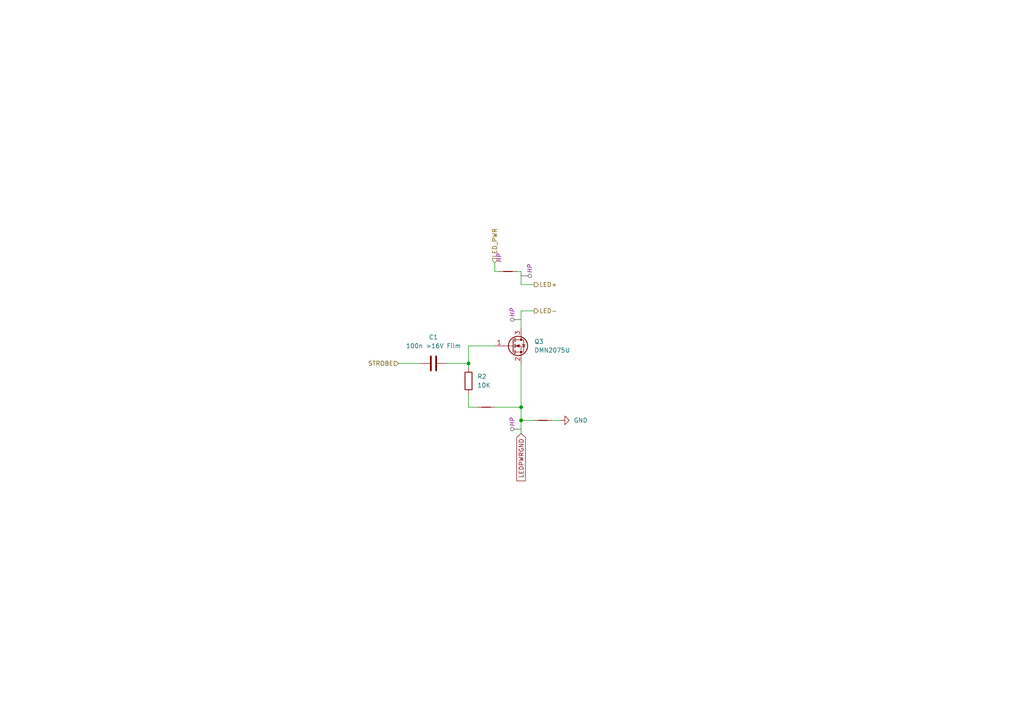
<source format=kicad_sch>
(kicad_sch (version 20230121) (generator eeschema)

  (uuid f9c0a103-fa1f-44f2-93d8-d2518a83e032)

  (paper "A4")

  (title_block
    (title "Xaar 128 Driver")
    (date "2023-12-04")
    (rev "1.0.0")
  )

  (lib_symbols
    (symbol "Device:C" (pin_numbers hide) (pin_names (offset 0.254)) (in_bom yes) (on_board yes)
      (property "Reference" "C" (at 0.635 2.54 0)
        (effects (font (size 1.27 1.27)) (justify left))
      )
      (property "Value" "C" (at 0.635 -2.54 0)
        (effects (font (size 1.27 1.27)) (justify left))
      )
      (property "Footprint" "" (at 0.9652 -3.81 0)
        (effects (font (size 1.27 1.27)) hide)
      )
      (property "Datasheet" "~" (at 0 0 0)
        (effects (font (size 1.27 1.27)) hide)
      )
      (property "ki_keywords" "cap capacitor" (at 0 0 0)
        (effects (font (size 1.27 1.27)) hide)
      )
      (property "ki_description" "Unpolarized capacitor" (at 0 0 0)
        (effects (font (size 1.27 1.27)) hide)
      )
      (property "ki_fp_filters" "C_*" (at 0 0 0)
        (effects (font (size 1.27 1.27)) hide)
      )
      (symbol "C_0_1"
        (polyline
          (pts
            (xy -2.032 -0.762)
            (xy 2.032 -0.762)
          )
          (stroke (width 0.508) (type default))
          (fill (type none))
        )
        (polyline
          (pts
            (xy -2.032 0.762)
            (xy 2.032 0.762)
          )
          (stroke (width 0.508) (type default))
          (fill (type none))
        )
      )
      (symbol "C_1_1"
        (pin passive line (at 0 3.81 270) (length 2.794)
          (name "~" (effects (font (size 1.27 1.27))))
          (number "1" (effects (font (size 1.27 1.27))))
        )
        (pin passive line (at 0 -3.81 90) (length 2.794)
          (name "~" (effects (font (size 1.27 1.27))))
          (number "2" (effects (font (size 1.27 1.27))))
        )
      )
    )
    (symbol "Device:NetTie_2" (pin_numbers hide) (pin_names (offset 0) hide) (in_bom no) (on_board yes)
      (property "Reference" "NT" (at 0 1.27 0)
        (effects (font (size 1.27 1.27)))
      )
      (property "Value" "NetTie_2" (at 0 -1.27 0)
        (effects (font (size 1.27 1.27)))
      )
      (property "Footprint" "" (at 0 0 0)
        (effects (font (size 1.27 1.27)) hide)
      )
      (property "Datasheet" "~" (at 0 0 0)
        (effects (font (size 1.27 1.27)) hide)
      )
      (property "ki_keywords" "net tie short" (at 0 0 0)
        (effects (font (size 1.27 1.27)) hide)
      )
      (property "ki_description" "Net tie, 2 pins" (at 0 0 0)
        (effects (font (size 1.27 1.27)) hide)
      )
      (property "ki_fp_filters" "Net*Tie*" (at 0 0 0)
        (effects (font (size 1.27 1.27)) hide)
      )
      (symbol "NetTie_2_0_1"
        (polyline
          (pts
            (xy -1.27 0)
            (xy 1.27 0)
          )
          (stroke (width 0.254) (type default))
          (fill (type none))
        )
      )
      (symbol "NetTie_2_1_1"
        (pin passive line (at -2.54 0 0) (length 2.54)
          (name "1" (effects (font (size 1.27 1.27))))
          (number "1" (effects (font (size 1.27 1.27))))
        )
        (pin passive line (at 2.54 0 180) (length 2.54)
          (name "2" (effects (font (size 1.27 1.27))))
          (number "2" (effects (font (size 1.27 1.27))))
        )
      )
    )
    (symbol "Device:R" (pin_numbers hide) (pin_names (offset 0)) (in_bom yes) (on_board yes)
      (property "Reference" "R" (at 2.032 0 90)
        (effects (font (size 1.27 1.27)))
      )
      (property "Value" "R" (at 0 0 90)
        (effects (font (size 1.27 1.27)))
      )
      (property "Footprint" "" (at -1.778 0 90)
        (effects (font (size 1.27 1.27)) hide)
      )
      (property "Datasheet" "~" (at 0 0 0)
        (effects (font (size 1.27 1.27)) hide)
      )
      (property "ki_keywords" "R res resistor" (at 0 0 0)
        (effects (font (size 1.27 1.27)) hide)
      )
      (property "ki_description" "Resistor" (at 0 0 0)
        (effects (font (size 1.27 1.27)) hide)
      )
      (property "ki_fp_filters" "R_*" (at 0 0 0)
        (effects (font (size 1.27 1.27)) hide)
      )
      (symbol "R_0_1"
        (rectangle (start -1.016 -2.54) (end 1.016 2.54)
          (stroke (width 0.254) (type default))
          (fill (type none))
        )
      )
      (symbol "R_1_1"
        (pin passive line (at 0 3.81 270) (length 1.27)
          (name "~" (effects (font (size 1.27 1.27))))
          (number "1" (effects (font (size 1.27 1.27))))
        )
        (pin passive line (at 0 -3.81 90) (length 1.27)
          (name "~" (effects (font (size 1.27 1.27))))
          (number "2" (effects (font (size 1.27 1.27))))
        )
      )
    )
    (symbol "Transistor_FET:DMN2075U" (pin_names hide) (in_bom yes) (on_board yes)
      (property "Reference" "Q" (at 5.08 1.905 0)
        (effects (font (size 1.27 1.27)) (justify left))
      )
      (property "Value" "DMN2075U" (at 5.08 0 0)
        (effects (font (size 1.27 1.27)) (justify left))
      )
      (property "Footprint" "Package_TO_SOT_SMD:SOT-23" (at 5.08 -1.905 0)
        (effects (font (size 1.27 1.27) italic) (justify left) hide)
      )
      (property "Datasheet" "http://www.diodes.com/assets/Datasheets/DMN2075U.pdf" (at 0 0 0)
        (effects (font (size 1.27 1.27)) (justify left) hide)
      )
      (property "ki_keywords" "N-Channel MOSFET" (at 0 0 0)
        (effects (font (size 1.27 1.27)) hide)
      )
      (property "ki_description" "4.2A Id, 20V Vds, N-Channel MOSFET, SOT-23" (at 0 0 0)
        (effects (font (size 1.27 1.27)) hide)
      )
      (property "ki_fp_filters" "SOT?23*" (at 0 0 0)
        (effects (font (size 1.27 1.27)) hide)
      )
      (symbol "DMN2075U_0_1"
        (polyline
          (pts
            (xy 0.254 0)
            (xy -2.54 0)
          )
          (stroke (width 0) (type default))
          (fill (type none))
        )
        (polyline
          (pts
            (xy 0.254 1.905)
            (xy 0.254 -1.905)
          )
          (stroke (width 0.254) (type default))
          (fill (type none))
        )
        (polyline
          (pts
            (xy 0.762 -1.27)
            (xy 0.762 -2.286)
          )
          (stroke (width 0.254) (type default))
          (fill (type none))
        )
        (polyline
          (pts
            (xy 0.762 0.508)
            (xy 0.762 -0.508)
          )
          (stroke (width 0.254) (type default))
          (fill (type none))
        )
        (polyline
          (pts
            (xy 0.762 2.286)
            (xy 0.762 1.27)
          )
          (stroke (width 0.254) (type default))
          (fill (type none))
        )
        (polyline
          (pts
            (xy 2.54 2.54)
            (xy 2.54 1.778)
          )
          (stroke (width 0) (type default))
          (fill (type none))
        )
        (polyline
          (pts
            (xy 2.54 -2.54)
            (xy 2.54 0)
            (xy 0.762 0)
          )
          (stroke (width 0) (type default))
          (fill (type none))
        )
        (polyline
          (pts
            (xy 0.762 -1.778)
            (xy 3.302 -1.778)
            (xy 3.302 1.778)
            (xy 0.762 1.778)
          )
          (stroke (width 0) (type default))
          (fill (type none))
        )
        (polyline
          (pts
            (xy 1.016 0)
            (xy 2.032 0.381)
            (xy 2.032 -0.381)
            (xy 1.016 0)
          )
          (stroke (width 0) (type default))
          (fill (type outline))
        )
        (polyline
          (pts
            (xy 2.794 0.508)
            (xy 2.921 0.381)
            (xy 3.683 0.381)
            (xy 3.81 0.254)
          )
          (stroke (width 0) (type default))
          (fill (type none))
        )
        (polyline
          (pts
            (xy 3.302 0.381)
            (xy 2.921 -0.254)
            (xy 3.683 -0.254)
            (xy 3.302 0.381)
          )
          (stroke (width 0) (type default))
          (fill (type none))
        )
        (circle (center 1.651 0) (radius 2.794)
          (stroke (width 0.254) (type default))
          (fill (type none))
        )
        (circle (center 2.54 -1.778) (radius 0.254)
          (stroke (width 0) (type default))
          (fill (type outline))
        )
        (circle (center 2.54 1.778) (radius 0.254)
          (stroke (width 0) (type default))
          (fill (type outline))
        )
      )
      (symbol "DMN2075U_1_1"
        (pin input line (at -5.08 0 0) (length 2.54)
          (name "G" (effects (font (size 1.27 1.27))))
          (number "1" (effects (font (size 1.27 1.27))))
        )
        (pin passive line (at 2.54 -5.08 90) (length 2.54)
          (name "S" (effects (font (size 1.27 1.27))))
          (number "2" (effects (font (size 1.27 1.27))))
        )
        (pin passive line (at 2.54 5.08 270) (length 2.54)
          (name "D" (effects (font (size 1.27 1.27))))
          (number "3" (effects (font (size 1.27 1.27))))
        )
      )
    )
    (symbol "power:GND" (power) (pin_names (offset 0)) (in_bom yes) (on_board yes)
      (property "Reference" "#PWR" (at 0 -6.35 0)
        (effects (font (size 1.27 1.27)) hide)
      )
      (property "Value" "GND" (at 0 -3.81 0)
        (effects (font (size 1.27 1.27)))
      )
      (property "Footprint" "" (at 0 0 0)
        (effects (font (size 1.27 1.27)) hide)
      )
      (property "Datasheet" "" (at 0 0 0)
        (effects (font (size 1.27 1.27)) hide)
      )
      (property "ki_keywords" "global power" (at 0 0 0)
        (effects (font (size 1.27 1.27)) hide)
      )
      (property "ki_description" "Power symbol creates a global label with name \"GND\" , ground" (at 0 0 0)
        (effects (font (size 1.27 1.27)) hide)
      )
      (symbol "GND_0_1"
        (polyline
          (pts
            (xy 0 0)
            (xy 0 -1.27)
            (xy 1.27 -1.27)
            (xy 0 -2.54)
            (xy -1.27 -1.27)
            (xy 0 -1.27)
          )
          (stroke (width 0) (type default))
          (fill (type none))
        )
      )
      (symbol "GND_1_1"
        (pin power_in line (at 0 0 270) (length 0) hide
          (name "GND" (effects (font (size 1.27 1.27))))
          (number "1" (effects (font (size 1.27 1.27))))
        )
      )
    )
  )

  (junction (at 151.13 121.92) (diameter 0) (color 0 0 0 0)
    (uuid 946b9c0e-2353-4586-981c-da81312e4317)
  )
  (junction (at 135.89 105.41) (diameter 0) (color 0 0 0 0)
    (uuid b9b35f15-226a-4108-87cf-777c60743873)
  )
  (junction (at 151.13 118.11) (diameter 0) (color 0 0 0 0)
    (uuid dafec306-c85f-42e2-b79e-8884a7d9ab06)
  )

  (wire (pts (xy 135.89 118.11) (xy 138.43 118.11))
    (stroke (width 0) (type default))
    (uuid 13738ad1-fad0-426a-843e-69e9c39a3803)
  )
  (wire (pts (xy 149.86 78.74) (xy 151.13 78.74))
    (stroke (width 0) (type default))
    (uuid 1f910427-7f08-4781-943b-681bf7ad45d4)
  )
  (wire (pts (xy 151.13 90.17) (xy 154.94 90.17))
    (stroke (width 0) (type default))
    (uuid 2aa72363-cb58-4629-8350-1bbd41271c4d)
  )
  (wire (pts (xy 143.51 76.2) (xy 143.51 78.74))
    (stroke (width 0) (type default))
    (uuid 2ee48dee-28d3-4b61-9f89-ed8fd2cb756a)
  )
  (wire (pts (xy 135.89 105.41) (xy 135.89 100.33))
    (stroke (width 0) (type default))
    (uuid 310020d1-8a58-4ae4-8071-d48a874c7595)
  )
  (wire (pts (xy 151.13 105.41) (xy 151.13 118.11))
    (stroke (width 0) (type default))
    (uuid 3396406d-254c-428e-b338-c7b598861f38)
  )
  (wire (pts (xy 151.13 121.92) (xy 151.13 125.73))
    (stroke (width 0) (type default))
    (uuid 3d9812dd-dd34-4e68-89db-a5647a445981)
  )
  (wire (pts (xy 135.89 118.11) (xy 135.89 114.3))
    (stroke (width 0) (type default))
    (uuid 4f8af868-d470-47cc-95ab-776cf7f2ffda)
  )
  (wire (pts (xy 143.51 78.74) (xy 144.78 78.74))
    (stroke (width 0) (type default))
    (uuid 631cadfc-b406-458c-badf-99b991d9d392)
  )
  (wire (pts (xy 135.89 105.41) (xy 135.89 106.68))
    (stroke (width 0) (type default))
    (uuid 88fcc2db-7839-4bdc-88a8-717dabc76067)
  )
  (wire (pts (xy 160.02 121.92) (xy 162.56 121.92))
    (stroke (width 0) (type default))
    (uuid a8c56d73-b50c-4d75-9407-fe4a440fc3d6)
  )
  (wire (pts (xy 151.13 118.11) (xy 151.13 121.92))
    (stroke (width 0) (type default))
    (uuid a8e9b49c-a9e5-4b4a-8b9d-47135eb285dc)
  )
  (wire (pts (xy 151.13 82.55) (xy 151.13 78.74))
    (stroke (width 0) (type default))
    (uuid b60f3483-932e-421b-99a4-07e92887dc00)
  )
  (wire (pts (xy 135.89 100.33) (xy 143.51 100.33))
    (stroke (width 0) (type default))
    (uuid b790d901-cabc-4b46-84b6-d204dffe35ab)
  )
  (wire (pts (xy 154.94 121.92) (xy 151.13 121.92))
    (stroke (width 0) (type default))
    (uuid ca2c52ab-c7ba-47e6-b60f-9e0a57c27b91)
  )
  (wire (pts (xy 143.51 118.11) (xy 151.13 118.11))
    (stroke (width 0) (type default))
    (uuid df92f3d5-44f8-4062-9d36-1a0b795e3354)
  )
  (wire (pts (xy 115.57 105.41) (xy 121.92 105.41))
    (stroke (width 0) (type default))
    (uuid e567cf0e-2fee-44b9-a586-61247ddcf6f0)
  )
  (wire (pts (xy 151.13 82.55) (xy 154.94 82.55))
    (stroke (width 0) (type default))
    (uuid f32b0742-3e45-4c3c-8d3d-fad53bf01de0)
  )
  (wire (pts (xy 151.13 90.17) (xy 151.13 95.25))
    (stroke (width 0) (type default))
    (uuid f670edb1-aa2e-4562-b985-0f18bd528925)
  )
  (wire (pts (xy 129.54 105.41) (xy 135.89 105.41))
    (stroke (width 0) (type default))
    (uuid fec387d6-ef54-4a01-ac4c-e55005a25f54)
  )

  (global_label "LEDPWRGND" (shape input) (at 151.13 125.73 270) (fields_autoplaced)
    (effects (font (size 1.27 1.27)) (justify right))
    (uuid 96f824d2-bbf5-411e-a646-305290c3381b)
    (property "Intersheetrefs" "${INTERSHEET_REFS}" (at 151.13 140.0242 90)
      (effects (font (size 1.27 1.27)) (justify right) hide)
    )
  )

  (hierarchical_label "LED_PWR" (shape input) (at 143.51 76.2 90) (fields_autoplaced)
    (effects (font (size 1.27 1.27)) (justify left))
    (uuid 4b9b2e5a-fa50-400f-a9e7-f03ae713c18e)
    (property "Netclass" "HP" (at 144.78 76.2 90)
      (effects (font (size 1.27 1.27) italic) (justify left))
    )
  )
  (hierarchical_label "LED-" (shape output) (at 154.94 90.17 0) (fields_autoplaced)
    (effects (font (size 1.27 1.27)) (justify left))
    (uuid 5d5804f0-8101-4699-b289-07ee3a862e5d)
  )
  (hierarchical_label "STROBE" (shape input) (at 115.57 105.41 180) (fields_autoplaced)
    (effects (font (size 1.27 1.27)) (justify right))
    (uuid 7f5e9e2f-e0ec-4133-9d1f-a42cce5e1634)
  )
  (hierarchical_label "LED+" (shape output) (at 154.94 82.55 0) (fields_autoplaced)
    (effects (font (size 1.27 1.27)) (justify left))
    (uuid 80af8d97-e8fc-4757-bbf2-5edfe612a562)
  )

  (netclass_flag "" (length 2.54) (shape round) (at 151.13 80.01 270) (fields_autoplaced)
    (effects (font (size 1.27 1.27)) (justify right bottom))
    (uuid 3842ba3b-33a2-4663-9631-8efd8f439c66)
    (property "Netclass" "HP" (at 153.67 79.3115 90)
      (effects (font (size 1.27 1.27) italic) (justify left))
    )
  )
  (netclass_flag "" (length 2.54) (shape round) (at 151.13 92.71 90) (fields_autoplaced)
    (effects (font (size 1.27 1.27)) (justify left bottom))
    (uuid 7530e834-4eb4-4c7b-a771-7c49d7826764)
    (property "Netclass" "HP" (at 148.59 92.0115 90)
      (effects (font (size 1.27 1.27) italic) (justify left))
    )
  )
  (netclass_flag "" (length 2.54) (shape round) (at 151.13 124.46 90) (fields_autoplaced)
    (effects (font (size 1.27 1.27)) (justify left bottom))
    (uuid 92a23351-3be7-4a1f-b4f0-af705cfd3b0d)
    (property "Netclass" "HP" (at 148.59 123.7615 90)
      (effects (font (size 1.27 1.27) italic) (justify left))
    )
  )

  (symbol (lib_id "Device:NetTie_2") (at 140.97 118.11 0) (unit 1)
    (in_bom no) (on_board yes) (dnp no) (fields_autoplaced)
    (uuid 04b7cfbe-3b5b-4d0d-af21-9096bee5ffaf)
    (property "Reference" "NT6" (at 140.97 113.03 0)
      (effects (font (size 1.27 1.27)) hide)
    )
    (property "Value" "NetTie_2" (at 140.97 115.57 0)
      (effects (font (size 1.27 1.27)) hide)
    )
    (property "Footprint" "NetTie:NetTie-2_SMD_Pad0.5mm" (at 140.97 118.11 0)
      (effects (font (size 1.27 1.27)) hide)
    )
    (property "Datasheet" "~" (at 140.97 118.11 0)
      (effects (font (size 1.27 1.27)) hide)
    )
    (property "RSBestNr" "" (at 140.97 118.11 0)
      (effects (font (size 1.27 1.27)) hide)
    )
    (property "Supplier" "None" (at 140.97 118.11 0)
      (effects (font (size 1.27 1.27)) hide)
    )
    (pin "1" (uuid 9c230ba3-5cc5-4b60-ba07-65ce3f0b4c2b))
    (pin "2" (uuid 6c75b722-4da1-4809-a6e9-2349e34d94bd))
    (instances
      (project "Xaar128-Driver"
        (path "/f0c82013-03f9-4093-aa02-30b89fd69529/d69e07d5-2f9c-4e83-9c1b-3f660b6a4d08"
          (reference "NT6") (unit 1)
        )
      )
    )
  )

  (symbol (lib_id "Device:C") (at 125.73 105.41 90) (unit 1)
    (in_bom yes) (on_board yes) (dnp no) (fields_autoplaced)
    (uuid 40d1f96c-695c-4a11-8ec3-31af65b6add9)
    (property "Reference" "C1" (at 125.73 97.79 90)
      (effects (font (size 1.27 1.27)))
    )
    (property "Value" "100n >16V Film" (at 125.73 100.33 90)
      (effects (font (size 1.27 1.27)))
    )
    (property "Footprint" "" (at 129.54 104.4448 0)
      (effects (font (size 1.27 1.27)) hide)
    )
    (property "Datasheet" "~" (at 125.73 105.41 0)
      (effects (font (size 1.27 1.27)) hide)
    )
    (property "RSBestNr" "" (at 125.73 105.41 0)
      (effects (font (size 1.27 1.27)) hide)
    )
    (property "Supplier" "" (at 125.73 105.41 0)
      (effects (font (size 1.27 1.27)) hide)
    )
    (pin "1" (uuid 770e941f-e75c-4398-b36b-68761a319a44))
    (pin "2" (uuid ff90149e-8c53-4218-98d2-38cf5910cd28))
    (instances
      (project "StrobeV2"
        (path "/e0baf4a7-c60f-46e9-9b0a-988ab7c5af50"
          (reference "C1") (unit 1)
        )
      )
      (project "Xaar128-Driver"
        (path "/f0c82013-03f9-4093-aa02-30b89fd69529/d69e07d5-2f9c-4e83-9c1b-3f660b6a4d08"
          (reference "C27") (unit 1)
        )
      )
    )
  )

  (symbol (lib_id "Device:R") (at 135.89 110.49 0) (unit 1)
    (in_bom yes) (on_board yes) (dnp no) (fields_autoplaced)
    (uuid 40e048c6-e5f2-4927-9df5-b3c272eec0cf)
    (property "Reference" "R2" (at 138.43 109.22 0)
      (effects (font (size 1.27 1.27)) (justify left))
    )
    (property "Value" "10K" (at 138.43 111.76 0)
      (effects (font (size 1.27 1.27)) (justify left))
    )
    (property "Footprint" "" (at 134.112 110.49 90)
      (effects (font (size 1.27 1.27)) hide)
    )
    (property "Datasheet" "~" (at 135.89 110.49 0)
      (effects (font (size 1.27 1.27)) hide)
    )
    (property "RSBestNr" "" (at 135.89 110.49 0)
      (effects (font (size 1.27 1.27)) hide)
    )
    (property "Supplier" "" (at 135.89 110.49 0)
      (effects (font (size 1.27 1.27)) hide)
    )
    (pin "1" (uuid ec0120a4-0f4a-4048-9ef5-0eb3e44d4eee))
    (pin "2" (uuid 1dc0bd85-ec41-4b83-abcf-396d6adb16af))
    (instances
      (project "StrobeV2"
        (path "/e0baf4a7-c60f-46e9-9b0a-988ab7c5af50"
          (reference "R2") (unit 1)
        )
      )
      (project "Xaar128-Driver"
        (path "/f0c82013-03f9-4093-aa02-30b89fd69529/d69e07d5-2f9c-4e83-9c1b-3f660b6a4d08"
          (reference "R43") (unit 1)
        )
      )
    )
  )

  (symbol (lib_id "Transistor_FET:DMN2075U") (at 148.59 100.33 0) (unit 1)
    (in_bom yes) (on_board yes) (dnp no) (fields_autoplaced)
    (uuid 51767712-7c16-4294-987f-bf67f98a1d13)
    (property "Reference" "Q3" (at 154.94 99.06 0)
      (effects (font (size 1.27 1.27)) (justify left))
    )
    (property "Value" "DMN2075U" (at 154.94 101.6 0)
      (effects (font (size 1.27 1.27)) (justify left))
    )
    (property "Footprint" "Package_TO_SOT_SMD:SOT-23" (at 153.67 102.235 0)
      (effects (font (size 1.27 1.27) italic) (justify left) hide)
    )
    (property "Datasheet" "http://www.diodes.com/assets/Datasheets/DMN2075U.pdf" (at 148.59 100.33 0)
      (effects (font (size 1.27 1.27)) (justify left) hide)
    )
    (property "RSBestNr" "751-4143" (at 148.59 100.33 0)
      (effects (font (size 1.27 1.27)) hide)
    )
    (property "Supplier" "RS" (at 148.59 100.33 0)
      (effects (font (size 1.27 1.27)) hide)
    )
    (pin "1" (uuid 0c00bdbe-419c-467b-96cf-192d4c87c4ab))
    (pin "2" (uuid e80863c0-65a2-4d32-accb-06deda110aa5))
    (pin "3" (uuid b2673a7b-66a3-4813-9e8f-1b8936698681))
    (instances
      (project "Xaar128-Driver"
        (path "/f0c82013-03f9-4093-aa02-30b89fd69529"
          (reference "Q3") (unit 1)
        )
        (path "/f0c82013-03f9-4093-aa02-30b89fd69529/7aab5eaf-cd9d-4ebb-9d08-de265e07412e"
          (reference "Q4") (unit 1)
        )
        (path "/f0c82013-03f9-4093-aa02-30b89fd69529/d69e07d5-2f9c-4e83-9c1b-3f660b6a4d08"
          (reference "Q9") (unit 1)
        )
      )
    )
  )

  (symbol (lib_id "Device:NetTie_2") (at 157.48 121.92 0) (unit 1)
    (in_bom no) (on_board yes) (dnp no) (fields_autoplaced)
    (uuid c0952ae8-a188-4e0d-817f-bb565366ce8c)
    (property "Reference" "NT2" (at 157.48 116.84 0)
      (effects (font (size 1.27 1.27)) hide)
    )
    (property "Value" "NetTie_2" (at 157.48 119.38 0)
      (effects (font (size 1.27 1.27)) hide)
    )
    (property "Footprint" "NetTie:NetTie-2_SMD_Pad0.5mm" (at 157.48 121.92 0)
      (effects (font (size 1.27 1.27)) hide)
    )
    (property "Datasheet" "~" (at 157.48 121.92 0)
      (effects (font (size 1.27 1.27)) hide)
    )
    (property "RSBestNr" "" (at 157.48 121.92 0)
      (effects (font (size 1.27 1.27)) hide)
    )
    (property "Supplier" "None" (at 157.48 121.92 0)
      (effects (font (size 1.27 1.27)) hide)
    )
    (pin "1" (uuid 1d69b31f-fb2b-4636-a772-3e774e95e179))
    (pin "2" (uuid 5e5a4ee4-a752-4912-b5cb-96411d71bc31))
    (instances
      (project "Xaar128-Driver"
        (path "/f0c82013-03f9-4093-aa02-30b89fd69529/d69e07d5-2f9c-4e83-9c1b-3f660b6a4d08"
          (reference "NT2") (unit 1)
        )
      )
    )
  )

  (symbol (lib_id "Device:NetTie_2") (at 147.32 78.74 0) (unit 1)
    (in_bom no) (on_board yes) (dnp no) (fields_autoplaced)
    (uuid cb44ae65-d218-41d9-8c4a-ce618c422bc9)
    (property "Reference" "NT7" (at 147.32 73.66 0)
      (effects (font (size 1.27 1.27)) hide)
    )
    (property "Value" "NetTie_2" (at 147.32 76.2 0)
      (effects (font (size 1.27 1.27)) hide)
    )
    (property "Footprint" "NetTie:NetTie-2_SMD_Pad0.5mm" (at 147.32 78.74 0)
      (effects (font (size 1.27 1.27)) hide)
    )
    (property "Datasheet" "~" (at 147.32 78.74 0)
      (effects (font (size 1.27 1.27)) hide)
    )
    (property "RSBestNr" "" (at 147.32 78.74 0)
      (effects (font (size 1.27 1.27)) hide)
    )
    (property "Supplier" "None" (at 147.32 78.74 0)
      (effects (font (size 1.27 1.27)) hide)
    )
    (pin "1" (uuid f29fa71f-1406-4cba-a995-94ae79d3d3fd))
    (pin "2" (uuid 6333dcd7-c511-4a1e-bdb0-3183115afaff))
    (instances
      (project "Xaar128-Driver"
        (path "/f0c82013-03f9-4093-aa02-30b89fd69529/d69e07d5-2f9c-4e83-9c1b-3f660b6a4d08"
          (reference "NT7") (unit 1)
        )
      )
    )
  )

  (symbol (lib_id "power:GND") (at 162.56 121.92 90) (unit 1)
    (in_bom yes) (on_board yes) (dnp no) (fields_autoplaced)
    (uuid f5c63dac-172f-4a5a-9bc6-94f823307c5d)
    (property "Reference" "#PWR065" (at 168.91 121.92 0)
      (effects (font (size 1.27 1.27)) hide)
    )
    (property "Value" "GND" (at 166.37 121.92 90)
      (effects (font (size 1.27 1.27)) (justify right))
    )
    (property "Footprint" "" (at 162.56 121.92 0)
      (effects (font (size 1.27 1.27)) hide)
    )
    (property "Datasheet" "" (at 162.56 121.92 0)
      (effects (font (size 1.27 1.27)) hide)
    )
    (pin "1" (uuid 5639b73f-00e2-43cc-8e04-aa8909416f6a))
    (instances
      (project "Xaar128-Driver"
        (path "/f0c82013-03f9-4093-aa02-30b89fd69529/d69e07d5-2f9c-4e83-9c1b-3f660b6a4d08"
          (reference "#PWR065") (unit 1)
        )
      )
    )
  )
)

</source>
